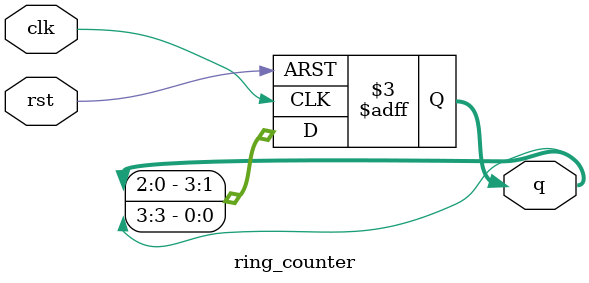
<source format=v>
module ring_counter (
    input wire clk,
    input wire rst,
    output reg [3:0] q
);
    initial q = 4'b0001;

    always @(posedge clk or posedge rst) begin
        if (rst)
            q <= 4'b0001;  // Initial value
        else
            q <= {q[2:0], q[3]}; // Rotate left
    end
endmodule
</source>
